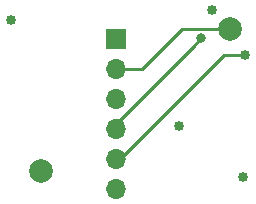
<source format=gbr>
%TF.GenerationSoftware,KiCad,Pcbnew,(6.0.1)*%
%TF.CreationDate,2023-03-20T17:22:50-07:00*%
%TF.ProjectId,ProgrammingBed,50726f67-7261-46d6-9d69-6e674265642e,rev?*%
%TF.SameCoordinates,Original*%
%TF.FileFunction,Copper,L2,Bot*%
%TF.FilePolarity,Positive*%
%FSLAX46Y46*%
G04 Gerber Fmt 4.6, Leading zero omitted, Abs format (unit mm)*
G04 Created by KiCad (PCBNEW (6.0.1)) date 2023-03-20 17:22:50*
%MOMM*%
%LPD*%
G01*
G04 APERTURE LIST*
%TA.AperFunction,ComponentPad*%
%ADD10C,2.000000*%
%TD*%
%TA.AperFunction,ComponentPad*%
%ADD11R,1.700000X1.700000*%
%TD*%
%TA.AperFunction,ComponentPad*%
%ADD12O,1.700000X1.700000*%
%TD*%
%TA.AperFunction,ComponentPad*%
%ADD13C,0.850000*%
%TD*%
%TA.AperFunction,ViaPad*%
%ADD14C,0.800000*%
%TD*%
%TA.AperFunction,Conductor*%
%ADD15C,0.254000*%
%TD*%
G04 APERTURE END LIST*
D10*
%TO.P,H2,1,1*%
%TO.N,Net-(H2-Pad1)*%
X-6400000Y-4800000D03*
%TD*%
D11*
%TO.P,J1,1,Pin_1*%
%TO.N,Net-(J1-Pad1)*%
X0Y6350000D03*
D12*
%TO.P,J1,2,Pin_2*%
%TO.N,Net-(H1-Pad1)*%
X0Y3810000D03*
%TO.P,J1,3,Pin_3*%
%TO.N,Net-(H2-Pad1)*%
X0Y1270000D03*
%TO.P,J1,4,Pin_4*%
%TO.N,Net-(J1-Pad4)*%
X0Y-1270000D03*
%TO.P,J1,5,Pin_5*%
%TO.N,Net-(J1-Pad5)*%
X0Y-3810000D03*
%TO.P,J1,6,Pin_6*%
%TO.N,unconnected-(J1-Pad6)*%
X0Y-6350000D03*
%TD*%
D10*
%TO.P,H1,1,1*%
%TO.N,Net-(H1-Pad1)*%
X9600000Y7200000D03*
%TD*%
D13*
%TO.P,J5,1,Pin_1*%
%TO.N,Net-(J1-Pad4)*%
X8100000Y8850000D03*
%TD*%
%TO.P,J2,1,Pin_1*%
%TO.N,Net-(J1-Pad1)*%
X5300000Y-1000000D03*
%TD*%
%TO.P,J3,1,Pin_1*%
%TO.N,Net-(H1-Pad1)*%
X10700000Y-5300000D03*
%TD*%
%TO.P,J4,1,Pin_1*%
%TO.N,Net-(H2-Pad1)*%
X-8900000Y7950000D03*
%TD*%
%TO.P,J6,1,Pin_1*%
%TO.N,Net-(J1-Pad5)*%
X10900000Y5000000D03*
%TD*%
D14*
%TO.N,Net-(J1-Pad4)*%
X7200000Y6450000D03*
%TD*%
D15*
%TO.N,Net-(J1-Pad4)*%
X7200000Y6400000D02*
X7200000Y6450000D01*
X6475000Y5675000D02*
X7200000Y6400000D01*
X6475000Y5675000D02*
X0Y-800000D01*
%TO.N,Net-(J1-Pad5)*%
X340000Y-3810000D02*
X0Y-3810000D01*
X9150000Y5000000D02*
X340000Y-3810000D01*
X10900000Y5000000D02*
X9150000Y5000000D01*
%TO.N,Net-(H1-Pad1)*%
X0Y3810000D02*
X2210000Y3810000D01*
X2210000Y3810000D02*
X5600000Y7200000D01*
X9600000Y7200000D02*
X5600000Y7200000D01*
%TO.N,Net-(J1-Pad4)*%
X0Y-800000D02*
X0Y-1270000D01*
%TD*%
M02*

</source>
